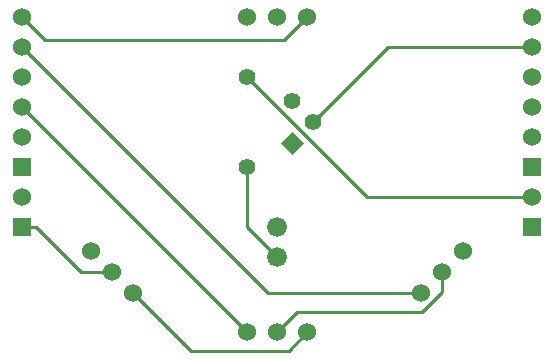
<source format=gtl>
G04 (created by PCBNEW (2011-nov-30)-testing) date Wed 12 Sep 2012 12:51:24 AM CST*
%MOIN*%
G04 Gerber Fmt 3.4, Leading zero omitted, Abs format*
%FSLAX34Y34*%
G01*
G70*
G90*
G04 APERTURE LIST*
%ADD10C,0.006*%
%ADD11C,0.06*%
%ADD12C,0.055*%
%ADD13R,0.06X0.06*%
%ADD14C,0.066*%
%ADD15C,0.01*%
G04 APERTURE END LIST*
G54D10*
G54D11*
X27500Y-28000D03*
X28500Y-28000D03*
X29500Y-28000D03*
X29500Y-17500D03*
X28500Y-17500D03*
X27500Y-17500D03*
X22293Y-25293D03*
X23000Y-26000D03*
X23707Y-26707D03*
X33293Y-26707D03*
X34000Y-26000D03*
X34707Y-25293D03*
G54D10*
G36*
X29000Y-21318D02*
X29389Y-21707D01*
X29000Y-22096D01*
X28611Y-21707D01*
X29000Y-21318D01*
X29000Y-21318D01*
G37*
G54D12*
X29707Y-21000D03*
X29000Y-20293D03*
X27500Y-22500D03*
X27500Y-19500D03*
G54D13*
X20000Y-24500D03*
G54D11*
X20000Y-23500D03*
G54D13*
X37000Y-24500D03*
G54D11*
X37000Y-23500D03*
G54D13*
X20000Y-22500D03*
G54D11*
X20000Y-21500D03*
X20000Y-20500D03*
X20000Y-19500D03*
X20000Y-18500D03*
X20000Y-17500D03*
G54D13*
X37000Y-22500D03*
G54D11*
X37000Y-21500D03*
X37000Y-20500D03*
X37000Y-19500D03*
X37000Y-18500D03*
X37000Y-17500D03*
G54D14*
X28500Y-25500D03*
X28500Y-24500D03*
G54D15*
X27500Y-24500D02*
X27500Y-22500D01*
X28500Y-25500D02*
X27500Y-24500D01*
X31500Y-23500D02*
X27500Y-19500D01*
X37000Y-23500D02*
X31500Y-23500D01*
X28877Y-28623D02*
X29500Y-28000D01*
X25623Y-28623D02*
X28877Y-28623D01*
X23707Y-26707D02*
X25623Y-28623D01*
X32207Y-18500D02*
X29707Y-21000D01*
X37000Y-18500D02*
X32207Y-18500D01*
X28207Y-26707D02*
X33293Y-26707D01*
X20000Y-18500D02*
X28207Y-26707D01*
X28738Y-18262D02*
X29500Y-17500D01*
X20762Y-18262D02*
X28738Y-18262D01*
X20000Y-17500D02*
X20762Y-18262D01*
X21953Y-26000D02*
X23000Y-26000D01*
X20453Y-24500D02*
X21953Y-26000D01*
X20000Y-24500D02*
X20453Y-24500D01*
X29169Y-27331D02*
X28500Y-28000D01*
X33320Y-27331D02*
X29169Y-27331D01*
X34000Y-26651D02*
X33320Y-27331D01*
X34000Y-26000D02*
X34000Y-26651D01*
X20000Y-20500D02*
X27500Y-28000D01*
M02*

</source>
